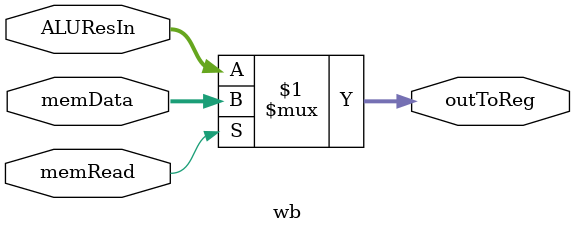
<source format=sv>
module wb (memRead, memData, ALUResIn,outToReg);

        input wire [31:0] ALUResIn, memData;
	input wire memRead;
        output wire [31:0] outToReg;

        assign outToReg = (memRead) ? memData : ALUResIn;


endmodule


</source>
